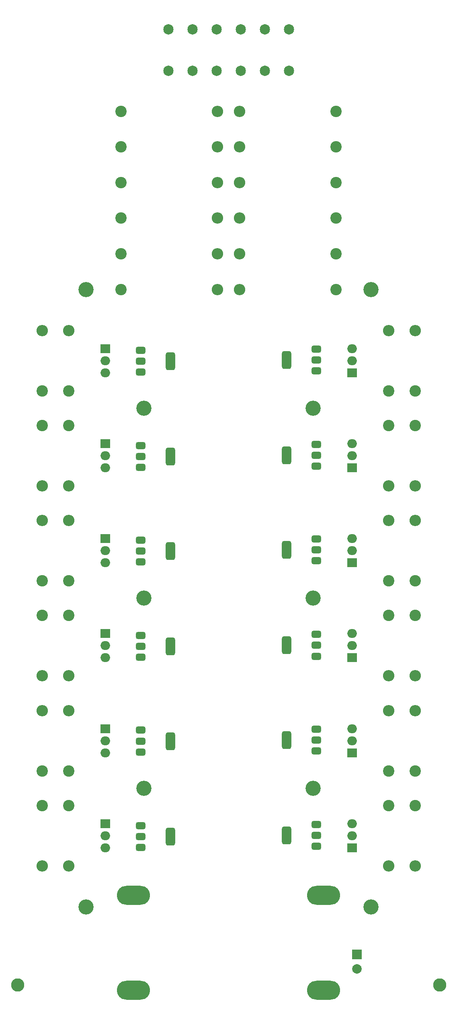
<source format=gbr>
%TF.GenerationSoftware,KiCad,Pcbnew,8.0.2*%
%TF.CreationDate,2024-12-14T16:27:18+01:00*%
%TF.ProjectId,pss_outstageboard,7073735f-6f75-4747-9374-616765626f61,1.0.0*%
%TF.SameCoordinates,Original*%
%TF.FileFunction,Soldermask,Bot*%
%TF.FilePolarity,Negative*%
%FSLAX46Y46*%
G04 Gerber Fmt 4.6, Leading zero omitted, Abs format (unit mm)*
G04 Created by KiCad (PCBNEW 8.0.2) date 2024-12-14 16:27:18*
%MOMM*%
%LPD*%
G01*
G04 APERTURE LIST*
G04 Aperture macros list*
%AMRoundRect*
0 Rectangle with rounded corners*
0 $1 Rounding radius*
0 $2 $3 $4 $5 $6 $7 $8 $9 X,Y pos of 4 corners*
0 Add a 4 corners polygon primitive as box body*
4,1,4,$2,$3,$4,$5,$6,$7,$8,$9,$2,$3,0*
0 Add four circle primitives for the rounded corners*
1,1,$1+$1,$2,$3*
1,1,$1+$1,$4,$5*
1,1,$1+$1,$6,$7*
1,1,$1+$1,$8,$9*
0 Add four rect primitives between the rounded corners*
20,1,$1+$1,$2,$3,$4,$5,0*
20,1,$1+$1,$4,$5,$6,$7,0*
20,1,$1+$1,$6,$7,$8,$9,0*
20,1,$1+$1,$8,$9,$2,$3,0*%
G04 Aperture macros list end*
%ADD10C,2.400000*%
%ADD11O,2.400000X2.400000*%
%ADD12R,2.000000X1.905000*%
%ADD13O,2.000000X1.905000*%
%ADD14C,3.200000*%
%ADD15O,7.000000X4.000000*%
%ADD16C,2.000000*%
%ADD17R,2.000000X2.000000*%
%ADD18C,2.162000*%
%ADD19C,2.800000*%
%ADD20RoundRect,0.375000X-0.625000X-0.375000X0.625000X-0.375000X0.625000X0.375000X-0.625000X0.375000X0*%
%ADD21RoundRect,0.500000X-0.500000X-1.400000X0.500000X-1.400000X0.500000X1.400000X-0.500000X1.400000X0*%
%ADD22RoundRect,0.375000X0.625000X0.375000X-0.625000X0.375000X-0.625000X-0.375000X0.625000X-0.375000X0*%
%ADD23RoundRect,0.500000X0.500000X1.400000X-0.500000X1.400000X-0.500000X-1.400000X0.500000X-1.400000X0*%
G04 APERTURE END LIST*
D10*
%TO.C,R2503*%
X249280000Y-158650000D03*
D11*
X249280000Y-171350000D03*
%TD*%
D10*
%TO.C,R2602*%
X187340000Y-90000000D03*
D11*
X207660000Y-90000000D03*
%TD*%
D12*
%TO.C,Q2204*%
X184000000Y-122460000D03*
D13*
X184000000Y-125000000D03*
X184000000Y-127540000D03*
%TD*%
D10*
%TO.C,R2704*%
X249280000Y-191350000D03*
D11*
X249280000Y-178650000D03*
%TD*%
D12*
%TO.C,Q2404*%
X184000000Y-162460000D03*
D13*
X184000000Y-165000000D03*
X184000000Y-167540000D03*
%TD*%
D14*
%TO.C,REF\u002A\u002A*%
X180000000Y-220000000D03*
%TD*%
D15*
%TO.C,M2101*%
X230000000Y-237500000D03*
X230000000Y-217500000D03*
X190000000Y-237500000D03*
X190000000Y-217500000D03*
D16*
X237000000Y-233000000D03*
D17*
X237000000Y-230000000D03*
%TD*%
D10*
%TO.C,R2706*%
X243692000Y-191350000D03*
D11*
X243692000Y-178650000D03*
%TD*%
D12*
%TO.C,Q2604*%
X184000000Y-202460000D03*
D13*
X184000000Y-205000000D03*
X184000000Y-207540000D03*
%TD*%
D10*
%TO.C,R2301*%
X232660000Y-60000000D03*
D11*
X212340000Y-60000000D03*
%TD*%
D14*
%TO.C,HS2101*%
X192200000Y-115000000D03*
X192200000Y-155000000D03*
X192200000Y-195000000D03*
X227800000Y-115000000D03*
X227800000Y-155000000D03*
X227800000Y-195000000D03*
%TD*%
D10*
%TO.C,R2701*%
X232660000Y-90000000D03*
D11*
X212340000Y-90000000D03*
%TD*%
D10*
%TO.C,R2204*%
X170720000Y-118650000D03*
D11*
X170720000Y-131350000D03*
%TD*%
D10*
%TO.C,R2202*%
X187340000Y-60000000D03*
D11*
X207660000Y-60000000D03*
%TD*%
D10*
%TO.C,R2306*%
X243692000Y-111350000D03*
D11*
X243692000Y-98650000D03*
%TD*%
D10*
%TO.C,R2402*%
X187340000Y-75000000D03*
D11*
X207660000Y-75000000D03*
%TD*%
D10*
%TO.C,R2205*%
X176308000Y-111350000D03*
D11*
X176308000Y-98650000D03*
%TD*%
D18*
%TO.C,J2101*%
X222700000Y-43940000D03*
X222700000Y-35240000D03*
X217620000Y-43940000D03*
X217620000Y-35240000D03*
X212540000Y-43940000D03*
X212540000Y-35240000D03*
X207460000Y-43940000D03*
X207460000Y-35240000D03*
X202380000Y-43940000D03*
X202380000Y-35240000D03*
X197300000Y-43940000D03*
X197300000Y-35240000D03*
%TD*%
D10*
%TO.C,R2506*%
X243692000Y-151350000D03*
D11*
X243692000Y-138650000D03*
%TD*%
D12*
%TO.C,Q2703*%
X236000000Y-207540000D03*
D13*
X236000000Y-205000000D03*
X236000000Y-202460000D03*
%TD*%
D10*
%TO.C,R2206*%
X176308000Y-118650000D03*
D11*
X176308000Y-131350000D03*
%TD*%
D10*
%TO.C,R2605*%
X176308000Y-191350000D03*
D11*
X176308000Y-178650000D03*
%TD*%
D12*
%TO.C,Q2303*%
X236000000Y-127540000D03*
D13*
X236000000Y-125000000D03*
X236000000Y-122460000D03*
%TD*%
D10*
%TO.C,R2601*%
X187340000Y-82500000D03*
D11*
X207660000Y-82500000D03*
%TD*%
D12*
%TO.C,Q2304*%
X236000000Y-107540000D03*
D13*
X236000000Y-105000000D03*
X236000000Y-102460000D03*
%TD*%
D10*
%TO.C,R2501*%
X232660000Y-75000000D03*
D11*
X212340000Y-75000000D03*
%TD*%
D12*
%TO.C,Q2203*%
X184000000Y-102460000D03*
D13*
X184000000Y-105000000D03*
X184000000Y-107540000D03*
%TD*%
D10*
%TO.C,R2401*%
X187340000Y-67500000D03*
D11*
X207660000Y-67500000D03*
%TD*%
D10*
%TO.C,R2203*%
X170720000Y-111350000D03*
D11*
X170720000Y-98650000D03*
%TD*%
D10*
%TO.C,R2603*%
X170720000Y-191350000D03*
D11*
X170720000Y-178650000D03*
%TD*%
D10*
%TO.C,R2404*%
X170720000Y-158650000D03*
D11*
X170720000Y-171350000D03*
%TD*%
D10*
%TO.C,R2304*%
X249280000Y-111350000D03*
D11*
X249280000Y-98650000D03*
%TD*%
D10*
%TO.C,R2406*%
X176308000Y-158650000D03*
D11*
X176308000Y-171350000D03*
%TD*%
D12*
%TO.C,Q2503*%
X236000000Y-167540000D03*
D13*
X236000000Y-165000000D03*
X236000000Y-162460000D03*
%TD*%
D19*
%TO.C,REF\u002A\u002A*%
X254450000Y-236430000D03*
%TD*%
D10*
%TO.C,R2504*%
X249280000Y-151350000D03*
D11*
X249280000Y-138650000D03*
%TD*%
D12*
%TO.C,Q2403*%
X184000000Y-142460000D03*
D13*
X184000000Y-145000000D03*
X184000000Y-147540000D03*
%TD*%
D10*
%TO.C,R2705*%
X243692000Y-198650000D03*
D11*
X243692000Y-211350000D03*
%TD*%
D10*
%TO.C,R2305*%
X243692000Y-118650000D03*
D11*
X243692000Y-131350000D03*
%TD*%
D10*
%TO.C,R2502*%
X232660000Y-67500000D03*
D11*
X212340000Y-67500000D03*
%TD*%
D14*
%TO.C,REF\u002A\u002A*%
X240000000Y-90000000D03*
%TD*%
D10*
%TO.C,R2604*%
X170720000Y-198650000D03*
D11*
X170720000Y-211350000D03*
%TD*%
D10*
%TO.C,R2703*%
X249280000Y-198650000D03*
D11*
X249280000Y-211350000D03*
%TD*%
D14*
%TO.C,REF\u002A\u002A*%
X240000000Y-220000000D03*
%TD*%
D10*
%TO.C,R2303*%
X249280000Y-118650000D03*
D11*
X249280000Y-131350000D03*
%TD*%
D12*
%TO.C,Q2704*%
X236000000Y-187540000D03*
D13*
X236000000Y-185000000D03*
X236000000Y-182460000D03*
%TD*%
D10*
%TO.C,R2405*%
X176308000Y-151350000D03*
D11*
X176308000Y-138650000D03*
%TD*%
D12*
%TO.C,Q2504*%
X236000000Y-147540000D03*
D13*
X236000000Y-145000000D03*
X236000000Y-142460000D03*
%TD*%
D10*
%TO.C,R2403*%
X170720000Y-151350000D03*
D11*
X170720000Y-138650000D03*
%TD*%
D10*
%TO.C,R2702*%
X232660000Y-82500000D03*
D11*
X212340000Y-82500000D03*
%TD*%
D10*
%TO.C,R2606*%
X176308000Y-198650000D03*
D11*
X176308000Y-211350000D03*
%TD*%
D10*
%TO.C,R2505*%
X243692000Y-158650000D03*
D11*
X243692000Y-171350000D03*
%TD*%
D12*
%TO.C,Q2603*%
X184000000Y-182460000D03*
D13*
X184000000Y-185000000D03*
X184000000Y-187540000D03*
%TD*%
D14*
%TO.C,REF\u002A\u002A*%
X180000000Y-90000000D03*
%TD*%
D10*
%TO.C,R2302*%
X232660000Y-52500000D03*
D11*
X212340000Y-52500000D03*
%TD*%
D19*
%TO.C,REF\u002A\u002A*%
X165550000Y-236430000D03*
%TD*%
D10*
%TO.C,R2201*%
X187340000Y-52500000D03*
D11*
X207660000Y-52500000D03*
%TD*%
D20*
%TO.C,Q2202*%
X191470000Y-127460000D03*
X191470000Y-125160000D03*
D21*
X197770000Y-125160000D03*
D20*
X191470000Y-122860000D03*
%TD*%
D22*
%TO.C,Q2502*%
X228530000Y-142540000D03*
X228530000Y-144840000D03*
D23*
X222230000Y-144840000D03*
D22*
X228530000Y-147140000D03*
%TD*%
D20*
%TO.C,Q2401*%
X191470000Y-147380000D03*
X191470000Y-145080000D03*
D21*
X197770000Y-145080000D03*
D20*
X191470000Y-142780000D03*
%TD*%
D22*
%TO.C,Q2301*%
X228530000Y-122620000D03*
X228530000Y-124920000D03*
D23*
X222230000Y-124920000D03*
D22*
X228530000Y-127220000D03*
%TD*%
D20*
%TO.C,Q2601*%
X191470000Y-187380000D03*
X191470000Y-185080000D03*
D21*
X197770000Y-185080000D03*
D20*
X191470000Y-182780000D03*
%TD*%
D22*
%TO.C,Q2302*%
X228530000Y-102540000D03*
X228530000Y-104840000D03*
D23*
X222230000Y-104840000D03*
D22*
X228530000Y-107140000D03*
%TD*%
D20*
%TO.C,Q2602*%
X191470000Y-207460000D03*
X191470000Y-205160000D03*
D21*
X197770000Y-205160000D03*
D20*
X191470000Y-202860000D03*
%TD*%
%TO.C,Q2402*%
X191470000Y-167460000D03*
X191470000Y-165160000D03*
D21*
X197770000Y-165160000D03*
D20*
X191470000Y-162860000D03*
%TD*%
D22*
%TO.C,Q2501*%
X228530000Y-162620000D03*
X228530000Y-164920000D03*
D23*
X222230000Y-164920000D03*
D22*
X228530000Y-167220000D03*
%TD*%
D20*
%TO.C,Q2201*%
X191470000Y-107380000D03*
X191470000Y-105080000D03*
D21*
X197770000Y-105080000D03*
D20*
X191470000Y-102780000D03*
%TD*%
D22*
%TO.C,Q2701*%
X228530000Y-202620000D03*
X228530000Y-204920000D03*
D23*
X222230000Y-204920000D03*
D22*
X228530000Y-207220000D03*
%TD*%
%TO.C,Q2702*%
X228530000Y-182540000D03*
X228530000Y-184840000D03*
D23*
X222230000Y-184840000D03*
D22*
X228530000Y-187140000D03*
%TD*%
M02*

</source>
